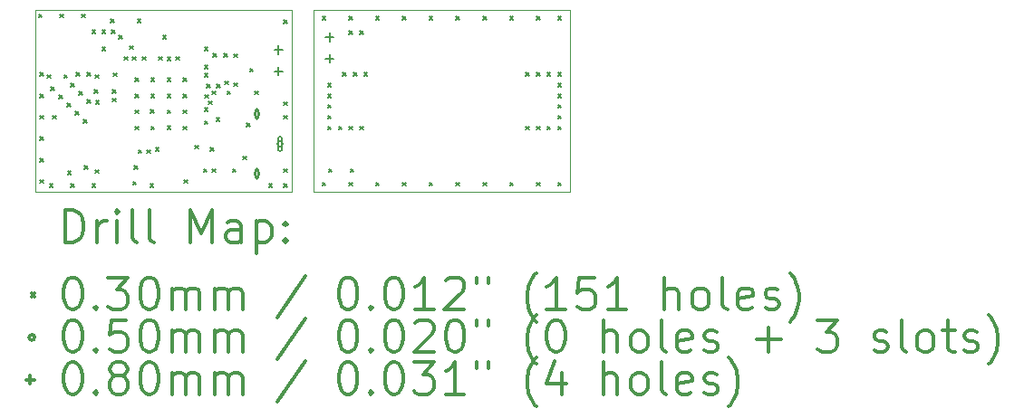
<source format=gbr>
%FSLAX45Y45*%
G04 Gerber Fmt 4.5, Leading zero omitted, Abs format (unit mm)*
G04 Created by KiCad (PCBNEW 5.1.6-c6e7f7d~87~ubuntu18.04.1) date 2020-08-02 18:45:05*
%MOMM*%
%LPD*%
G01*
G04 APERTURE LIST*
%TA.AperFunction,Profile*%
%ADD10C,0.100000*%
%TD*%
%ADD11C,0.200000*%
%ADD12C,0.300000*%
G04 APERTURE END LIST*
D10*
X10300000Y-8900000D02*
X10300000Y-7200000D01*
X12700000Y-8900000D02*
X10300000Y-8900000D01*
X12700000Y-8900000D02*
X12700000Y-7200000D01*
X12900000Y-8900000D02*
X12900000Y-7200000D01*
X12900000Y-7200000D02*
X15300000Y-7200000D01*
X15300000Y-7200000D02*
X15300000Y-8900000D01*
X15300000Y-8900000D02*
X12900000Y-8900000D01*
X10300000Y-7200000D02*
X12700000Y-7200000D01*
D11*
X10335000Y-7235000D02*
X10365000Y-7265000D01*
X10365000Y-7235000D02*
X10335000Y-7265000D01*
X10345000Y-7785000D02*
X10375000Y-7815000D01*
X10375000Y-7785000D02*
X10345000Y-7815000D01*
X10345000Y-7985000D02*
X10375000Y-8015000D01*
X10375000Y-7985000D02*
X10345000Y-8015000D01*
X10345000Y-8185000D02*
X10375000Y-8215000D01*
X10375000Y-8185000D02*
X10345000Y-8215000D01*
X10345000Y-8385000D02*
X10375000Y-8415000D01*
X10375000Y-8385000D02*
X10345000Y-8415000D01*
X10345000Y-8585000D02*
X10375000Y-8615000D01*
X10375000Y-8585000D02*
X10345000Y-8615000D01*
X10345000Y-8785000D02*
X10375000Y-8815000D01*
X10375000Y-8785000D02*
X10345000Y-8815000D01*
X10415000Y-7805000D02*
X10445000Y-7835000D01*
X10445000Y-7805000D02*
X10415000Y-7835000D01*
X10435000Y-8825000D02*
X10465000Y-8855000D01*
X10465000Y-8825000D02*
X10435000Y-8855000D01*
X10450000Y-7920000D02*
X10480000Y-7950000D01*
X10480000Y-7920000D02*
X10450000Y-7950000D01*
X10465000Y-8185000D02*
X10495000Y-8215000D01*
X10495000Y-8185000D02*
X10465000Y-8215000D01*
X10525000Y-7995000D02*
X10555000Y-8025000D01*
X10555000Y-7995000D02*
X10525000Y-8025000D01*
X10535000Y-7235000D02*
X10565000Y-7265000D01*
X10565000Y-7235000D02*
X10535000Y-7265000D01*
X10570000Y-7805000D02*
X10600000Y-7835000D01*
X10600000Y-7805000D02*
X10570000Y-7835000D01*
X10600000Y-8070000D02*
X10630000Y-8100000D01*
X10630000Y-8070000D02*
X10600000Y-8100000D01*
X10605000Y-8705000D02*
X10635000Y-8735000D01*
X10635000Y-8705000D02*
X10605000Y-8735000D01*
X10635000Y-7885000D02*
X10665000Y-7915000D01*
X10665000Y-7885000D02*
X10635000Y-7915000D01*
X10635000Y-8825000D02*
X10665000Y-8855000D01*
X10665000Y-8825000D02*
X10635000Y-8855000D01*
X10675000Y-8145000D02*
X10705000Y-8175000D01*
X10705000Y-8145000D02*
X10675000Y-8175000D01*
X10685000Y-7785000D02*
X10715000Y-7815000D01*
X10715000Y-7785000D02*
X10685000Y-7815000D01*
X10710000Y-7960000D02*
X10740000Y-7990000D01*
X10740000Y-7960000D02*
X10710000Y-7990000D01*
X10735000Y-7235000D02*
X10765000Y-7265000D01*
X10765000Y-7235000D02*
X10735000Y-7265000D01*
X10755000Y-8225000D02*
X10785000Y-8255000D01*
X10785000Y-8225000D02*
X10755000Y-8255000D01*
X10763000Y-8655000D02*
X10793000Y-8685000D01*
X10793000Y-8655000D02*
X10763000Y-8685000D01*
X10785000Y-7785000D02*
X10815000Y-7815000D01*
X10815000Y-7785000D02*
X10785000Y-7815000D01*
X10785000Y-8035000D02*
X10815000Y-8065000D01*
X10815000Y-8035000D02*
X10785000Y-8065000D01*
X10835000Y-7385000D02*
X10865000Y-7415000D01*
X10865000Y-7385000D02*
X10835000Y-7415000D01*
X10835000Y-8825000D02*
X10865000Y-8855000D01*
X10865000Y-8825000D02*
X10835000Y-8855000D01*
X10855000Y-7943000D02*
X10885000Y-7973000D01*
X10885000Y-7943000D02*
X10855000Y-7973000D01*
X10865000Y-7805000D02*
X10895000Y-7835000D01*
X10895000Y-7805000D02*
X10865000Y-7835000D01*
X10865000Y-8695000D02*
X10895000Y-8725000D01*
X10895000Y-8695000D02*
X10865000Y-8725000D01*
X10866501Y-8043500D02*
X10896501Y-8073500D01*
X10896501Y-8043500D02*
X10866501Y-8073500D01*
X10925000Y-7545000D02*
X10955000Y-7575000D01*
X10955000Y-7545000D02*
X10925000Y-7575000D01*
X10925000Y-7385000D02*
X10955000Y-7415000D01*
X10955000Y-7385000D02*
X10925000Y-7415000D01*
X11005000Y-7285000D02*
X11035000Y-7315000D01*
X11035000Y-7285000D02*
X11005000Y-7315000D01*
X11015000Y-7385000D02*
X11045000Y-7415000D01*
X11045000Y-7385000D02*
X11015000Y-7415000D01*
X11025000Y-7945000D02*
X11055000Y-7975000D01*
X11055000Y-7945000D02*
X11025000Y-7975000D01*
X11025000Y-8025000D02*
X11055000Y-8055000D01*
X11055000Y-8025000D02*
X11025000Y-8055000D01*
X11031559Y-7786559D02*
X11061559Y-7816559D01*
X11061559Y-7786559D02*
X11031559Y-7816559D01*
X11084195Y-7434195D02*
X11114195Y-7464195D01*
X11114195Y-7434195D02*
X11084195Y-7464195D01*
X11135000Y-7635000D02*
X11165000Y-7665000D01*
X11165000Y-7635000D02*
X11135000Y-7665000D01*
X11185000Y-7535000D02*
X11215000Y-7565000D01*
X11215000Y-7535000D02*
X11185000Y-7565000D01*
X11210000Y-7635000D02*
X11240000Y-7665000D01*
X11240000Y-7635000D02*
X11210000Y-7665000D01*
X11215000Y-8805000D02*
X11245000Y-8835000D01*
X11245000Y-8805000D02*
X11215000Y-8835000D01*
X11225000Y-8655000D02*
X11255000Y-8685000D01*
X11255000Y-8655000D02*
X11225000Y-8685000D01*
X11235000Y-7835000D02*
X11265000Y-7865000D01*
X11265000Y-7835000D02*
X11235000Y-7865000D01*
X11235000Y-7985000D02*
X11265000Y-8015000D01*
X11265000Y-7985000D02*
X11235000Y-8015000D01*
X11235000Y-8135000D02*
X11265000Y-8165000D01*
X11265000Y-8135000D02*
X11235000Y-8165000D01*
X11235000Y-8285000D02*
X11265000Y-8315000D01*
X11265000Y-8285000D02*
X11235000Y-8315000D01*
X11255001Y-7284999D02*
X11285001Y-7314999D01*
X11285001Y-7284999D02*
X11255001Y-7314999D01*
X11265000Y-8505000D02*
X11295000Y-8535000D01*
X11295000Y-8505000D02*
X11265000Y-8535000D01*
X11305000Y-7635000D02*
X11335000Y-7665000D01*
X11335000Y-7635000D02*
X11305000Y-7665000D01*
X11345000Y-8505000D02*
X11375000Y-8535000D01*
X11375000Y-8505000D02*
X11345000Y-8535000D01*
X11375000Y-8825000D02*
X11405000Y-8855000D01*
X11405000Y-8825000D02*
X11375000Y-8855000D01*
X11381500Y-8131500D02*
X11411500Y-8161500D01*
X11411500Y-8131500D02*
X11381500Y-8161500D01*
X11385000Y-7835000D02*
X11415000Y-7865000D01*
X11415000Y-7835000D02*
X11385000Y-7865000D01*
X11385000Y-7985000D02*
X11415000Y-8015000D01*
X11415000Y-7985000D02*
X11385000Y-8015000D01*
X11385000Y-8285000D02*
X11415000Y-8315000D01*
X11415000Y-8285000D02*
X11385000Y-8315000D01*
X11425000Y-8485000D02*
X11455000Y-8515000D01*
X11455000Y-8485000D02*
X11425000Y-8515000D01*
X11455000Y-7635000D02*
X11485000Y-7665000D01*
X11485000Y-7635000D02*
X11455000Y-7665000D01*
X11494998Y-7435001D02*
X11524998Y-7465001D01*
X11524998Y-7435001D02*
X11494998Y-7465001D01*
X11535000Y-7835000D02*
X11565000Y-7865000D01*
X11565000Y-7835000D02*
X11535000Y-7865000D01*
X11535000Y-7985000D02*
X11565000Y-8015000D01*
X11565000Y-7985000D02*
X11535000Y-8015000D01*
X11537019Y-7637019D02*
X11567019Y-7667019D01*
X11567019Y-7637019D02*
X11537019Y-7667019D01*
X11537019Y-8132981D02*
X11567019Y-8162981D01*
X11567019Y-8132981D02*
X11537019Y-8162981D01*
X11537019Y-8282981D02*
X11567019Y-8312981D01*
X11567019Y-8282981D02*
X11537019Y-8312981D01*
X11615000Y-7635000D02*
X11645000Y-7665000D01*
X11645000Y-7635000D02*
X11615000Y-7665000D01*
X11685000Y-7835000D02*
X11715000Y-7865000D01*
X11715000Y-7835000D02*
X11685000Y-7865000D01*
X11685000Y-7985000D02*
X11715000Y-8015000D01*
X11715000Y-7985000D02*
X11685000Y-8015000D01*
X11685000Y-8135000D02*
X11715000Y-8165000D01*
X11715000Y-8135000D02*
X11685000Y-8165000D01*
X11685000Y-8285000D02*
X11715000Y-8315000D01*
X11715000Y-8285000D02*
X11685000Y-8315000D01*
X11695000Y-8785000D02*
X11725000Y-8815000D01*
X11725000Y-8785000D02*
X11695000Y-8815000D01*
X11795000Y-8465000D02*
X11825000Y-8495000D01*
X11825000Y-8465000D02*
X11795000Y-8495000D01*
X11875000Y-8685000D02*
X11905000Y-8715000D01*
X11905000Y-8685000D02*
X11875000Y-8715000D01*
X11882225Y-8237675D02*
X11912225Y-8267675D01*
X11912225Y-8237675D02*
X11882225Y-8267675D01*
X11883947Y-7790730D02*
X11913947Y-7820730D01*
X11913947Y-7790730D02*
X11883947Y-7820730D01*
X11885000Y-7545000D02*
X11915000Y-7575000D01*
X11915000Y-7545000D02*
X11885000Y-7575000D01*
X11885000Y-7715000D02*
X11915000Y-7745000D01*
X11915000Y-7715000D02*
X11885000Y-7745000D01*
X11885000Y-8115000D02*
X11915000Y-8145000D01*
X11915000Y-8115000D02*
X11885000Y-8145000D01*
X11885899Y-7990001D02*
X11915899Y-8020001D01*
X11915899Y-7990001D02*
X11885899Y-8020001D01*
X11905000Y-7895000D02*
X11935000Y-7925000D01*
X11935000Y-7895000D02*
X11905000Y-7925000D01*
X11919465Y-8051430D02*
X11949465Y-8081430D01*
X11949465Y-8051430D02*
X11919465Y-8081430D01*
X11938945Y-8487909D02*
X11968945Y-8517909D01*
X11968945Y-8487909D02*
X11938945Y-8517909D01*
X11955000Y-7955000D02*
X11985000Y-7985000D01*
X11985000Y-7955000D02*
X11955000Y-7985000D01*
X11955000Y-8685000D02*
X11985000Y-8715000D01*
X11985000Y-8685000D02*
X11955000Y-8715000D01*
X11965000Y-7605000D02*
X11995000Y-7635000D01*
X11995000Y-7605000D02*
X11965000Y-7635000D01*
X11995000Y-8205000D02*
X12025000Y-8235000D01*
X12025000Y-8205000D02*
X11995000Y-8235000D01*
X11997550Y-7895000D02*
X12027550Y-7925000D01*
X12027550Y-7895000D02*
X11997550Y-7925000D01*
X12065000Y-7605000D02*
X12095000Y-7635000D01*
X12095000Y-7605000D02*
X12065000Y-7635000D01*
X12071948Y-7864551D02*
X12101948Y-7894551D01*
X12101948Y-7864551D02*
X12071948Y-7894551D01*
X12095000Y-7955000D02*
X12125000Y-7985000D01*
X12125000Y-7955000D02*
X12095000Y-7985000D01*
X12145000Y-8685000D02*
X12175000Y-8715000D01*
X12175000Y-8685000D02*
X12145000Y-8715000D01*
X12160000Y-7610000D02*
X12190000Y-7640000D01*
X12190000Y-7610000D02*
X12160000Y-7640000D01*
X12160000Y-7880000D02*
X12190000Y-7910000D01*
X12190000Y-7880000D02*
X12160000Y-7910000D01*
X12245000Y-8565000D02*
X12275000Y-8595000D01*
X12275000Y-8565000D02*
X12245000Y-8595000D01*
X12275000Y-8255000D02*
X12305000Y-8285000D01*
X12305000Y-8255000D02*
X12275000Y-8285000D01*
X12305000Y-7745000D02*
X12335000Y-7775000D01*
X12335000Y-7745000D02*
X12305000Y-7775000D01*
X12354999Y-7955000D02*
X12384999Y-7985000D01*
X12384999Y-7955000D02*
X12354999Y-7985000D01*
X12485000Y-8825000D02*
X12515000Y-8855000D01*
X12515000Y-8825000D02*
X12485000Y-8855000D01*
X12622500Y-7290000D02*
X12652500Y-7320000D01*
X12652500Y-7290000D02*
X12622500Y-7320000D01*
X12625000Y-8060000D02*
X12655000Y-8090000D01*
X12655000Y-8060000D02*
X12625000Y-8090000D01*
X12625000Y-8185000D02*
X12655000Y-8215000D01*
X12655000Y-8185000D02*
X12625000Y-8215000D01*
X12625000Y-8685000D02*
X12655000Y-8715000D01*
X12655000Y-8685000D02*
X12625000Y-8715000D01*
X12625000Y-8825000D02*
X12655000Y-8855000D01*
X12655000Y-8825000D02*
X12625000Y-8855000D01*
X12985000Y-7260000D02*
X13015000Y-7290000D01*
X13015000Y-7260000D02*
X12985000Y-7290000D01*
X12985000Y-8810000D02*
X13015000Y-8840000D01*
X13015000Y-8810000D02*
X12985000Y-8840000D01*
X13035000Y-7885000D02*
X13065000Y-7915000D01*
X13065000Y-7885000D02*
X13035000Y-7915000D01*
X13035000Y-7985000D02*
X13065000Y-8015000D01*
X13065000Y-7985000D02*
X13035000Y-8015000D01*
X13035000Y-8085000D02*
X13065000Y-8115000D01*
X13065000Y-8085000D02*
X13035000Y-8115000D01*
X13035000Y-8185000D02*
X13065000Y-8215000D01*
X13065000Y-8185000D02*
X13035000Y-8215000D01*
X13035000Y-8285000D02*
X13065000Y-8315000D01*
X13065000Y-8285000D02*
X13035000Y-8315000D01*
X13045000Y-8685000D02*
X13075000Y-8715000D01*
X13075000Y-8685000D02*
X13045000Y-8715000D01*
X13135000Y-8285000D02*
X13165000Y-8315000D01*
X13165000Y-8285000D02*
X13135000Y-8315000D01*
X13175000Y-7785000D02*
X13205000Y-7815000D01*
X13205000Y-7785000D02*
X13175000Y-7815000D01*
X13235000Y-7260000D02*
X13265000Y-7290000D01*
X13265000Y-7260000D02*
X13235000Y-7290000D01*
X13235000Y-7395000D02*
X13265000Y-7425000D01*
X13265000Y-7395000D02*
X13235000Y-7425000D01*
X13235000Y-8285000D02*
X13265000Y-8315000D01*
X13265000Y-8285000D02*
X13235000Y-8315000D01*
X13235000Y-8810000D02*
X13265000Y-8840000D01*
X13265000Y-8810000D02*
X13235000Y-8840000D01*
X13245000Y-8685000D02*
X13275000Y-8715000D01*
X13275000Y-8685000D02*
X13245000Y-8715000D01*
X13275000Y-7785000D02*
X13305000Y-7815000D01*
X13305000Y-7785000D02*
X13275000Y-7815000D01*
X13335000Y-7395000D02*
X13365000Y-7425000D01*
X13365000Y-7395000D02*
X13335000Y-7425000D01*
X13335000Y-8285000D02*
X13365000Y-8315000D01*
X13365000Y-8285000D02*
X13335000Y-8315000D01*
X13375000Y-7785000D02*
X13405000Y-7815000D01*
X13405000Y-7785000D02*
X13375000Y-7815000D01*
X13485000Y-7260000D02*
X13515000Y-7290000D01*
X13515000Y-7260000D02*
X13485000Y-7290000D01*
X13485000Y-8810000D02*
X13515000Y-8840000D01*
X13515000Y-8810000D02*
X13485000Y-8840000D01*
X13735000Y-7260000D02*
X13765000Y-7290000D01*
X13765000Y-7260000D02*
X13735000Y-7290000D01*
X13735000Y-8810000D02*
X13765000Y-8840000D01*
X13765000Y-8810000D02*
X13735000Y-8840000D01*
X13985000Y-7260000D02*
X14015000Y-7290000D01*
X14015000Y-7260000D02*
X13985000Y-7290000D01*
X13985000Y-8810000D02*
X14015000Y-8840000D01*
X14015000Y-8810000D02*
X13985000Y-8840000D01*
X14235000Y-7260000D02*
X14265000Y-7290000D01*
X14265000Y-7260000D02*
X14235000Y-7290000D01*
X14235000Y-8810000D02*
X14265000Y-8840000D01*
X14265000Y-8810000D02*
X14235000Y-8840000D01*
X14485000Y-7260000D02*
X14515000Y-7290000D01*
X14515000Y-7260000D02*
X14485000Y-7290000D01*
X14485000Y-8810000D02*
X14515000Y-8840000D01*
X14515000Y-8810000D02*
X14485000Y-8840000D01*
X14735000Y-7260000D02*
X14765000Y-7290000D01*
X14765000Y-7260000D02*
X14735000Y-7290000D01*
X14735000Y-8810000D02*
X14765000Y-8840000D01*
X14765000Y-8810000D02*
X14735000Y-8840000D01*
X14885000Y-7785000D02*
X14915000Y-7815000D01*
X14915000Y-7785000D02*
X14885000Y-7815000D01*
X14885000Y-8285000D02*
X14915000Y-8315000D01*
X14915000Y-8285000D02*
X14885000Y-8315000D01*
X14985000Y-7260000D02*
X15015000Y-7290000D01*
X15015000Y-7260000D02*
X14985000Y-7290000D01*
X14985000Y-7785000D02*
X15015000Y-7815000D01*
X15015000Y-7785000D02*
X14985000Y-7815000D01*
X14985000Y-8285000D02*
X15015000Y-8315000D01*
X15015000Y-8285000D02*
X14985000Y-8315000D01*
X14985000Y-8810000D02*
X15015000Y-8840000D01*
X15015000Y-8810000D02*
X14985000Y-8840000D01*
X15085000Y-7785000D02*
X15115000Y-7815000D01*
X15115000Y-7785000D02*
X15085000Y-7815000D01*
X15085000Y-8285000D02*
X15115000Y-8315000D01*
X15115000Y-8285000D02*
X15085000Y-8315000D01*
X15185000Y-7260000D02*
X15215000Y-7290000D01*
X15215000Y-7260000D02*
X15185000Y-7290000D01*
X15185000Y-7785000D02*
X15215000Y-7815000D01*
X15215000Y-7785000D02*
X15185000Y-7815000D01*
X15185000Y-7885000D02*
X15215000Y-7915000D01*
X15215000Y-7885000D02*
X15185000Y-7915000D01*
X15185000Y-7985000D02*
X15215000Y-8015000D01*
X15215000Y-7985000D02*
X15185000Y-8015000D01*
X15185000Y-8085000D02*
X15215000Y-8115000D01*
X15215000Y-8085000D02*
X15185000Y-8115000D01*
X15185000Y-8185000D02*
X15215000Y-8215000D01*
X15215000Y-8185000D02*
X15185000Y-8215000D01*
X15185000Y-8285000D02*
X15215000Y-8315000D01*
X15215000Y-8285000D02*
X15185000Y-8315000D01*
X15185000Y-8810000D02*
X15215000Y-8840000D01*
X15215000Y-8810000D02*
X15185000Y-8840000D01*
X12397500Y-8170000D02*
G75*
G03*
X12397500Y-8170000I-25000J0D01*
G01*
X12387500Y-8205000D02*
X12387500Y-8135000D01*
X12357500Y-8205000D02*
X12357500Y-8135000D01*
X12387500Y-8135000D02*
G75*
G03*
X12357500Y-8135000I-15000J0D01*
G01*
X12357500Y-8205000D02*
G75*
G03*
X12387500Y-8205000I15000J0D01*
G01*
X12397500Y-8730000D02*
G75*
G03*
X12397500Y-8730000I-25000J0D01*
G01*
X12387500Y-8765000D02*
X12387500Y-8695000D01*
X12357500Y-8765000D02*
X12357500Y-8695000D01*
X12387500Y-8695000D02*
G75*
G03*
X12357500Y-8695000I-15000J0D01*
G01*
X12357500Y-8765000D02*
G75*
G03*
X12387500Y-8765000I15000J0D01*
G01*
X12612500Y-8450000D02*
G75*
G03*
X12612500Y-8450000I-25000J0D01*
G01*
X12602500Y-8505000D02*
X12602500Y-8395000D01*
X12572500Y-8505000D02*
X12572500Y-8395000D01*
X12602500Y-8395000D02*
G75*
G03*
X12572500Y-8395000I-15000J0D01*
G01*
X12572500Y-8505000D02*
G75*
G03*
X12602500Y-8505000I15000J0D01*
G01*
X12575000Y-7530000D02*
X12575000Y-7610000D01*
X12535000Y-7570000D02*
X12615000Y-7570000D01*
X12575000Y-7730000D02*
X12575000Y-7810000D01*
X12535000Y-7770000D02*
X12615000Y-7770000D01*
X13050000Y-7410000D02*
X13050000Y-7490000D01*
X13010000Y-7450000D02*
X13090000Y-7450000D01*
X13050000Y-7610000D02*
X13050000Y-7690000D01*
X13010000Y-7650000D02*
X13090000Y-7650000D01*
D12*
X10581428Y-9370714D02*
X10581428Y-9070714D01*
X10652857Y-9070714D01*
X10695714Y-9085000D01*
X10724286Y-9113572D01*
X10738571Y-9142143D01*
X10752857Y-9199286D01*
X10752857Y-9242143D01*
X10738571Y-9299286D01*
X10724286Y-9327857D01*
X10695714Y-9356429D01*
X10652857Y-9370714D01*
X10581428Y-9370714D01*
X10881428Y-9370714D02*
X10881428Y-9170714D01*
X10881428Y-9227857D02*
X10895714Y-9199286D01*
X10910000Y-9185000D01*
X10938571Y-9170714D01*
X10967143Y-9170714D01*
X11067143Y-9370714D02*
X11067143Y-9170714D01*
X11067143Y-9070714D02*
X11052857Y-9085000D01*
X11067143Y-9099286D01*
X11081428Y-9085000D01*
X11067143Y-9070714D01*
X11067143Y-9099286D01*
X11252857Y-9370714D02*
X11224286Y-9356429D01*
X11210000Y-9327857D01*
X11210000Y-9070714D01*
X11410000Y-9370714D02*
X11381428Y-9356429D01*
X11367143Y-9327857D01*
X11367143Y-9070714D01*
X11752857Y-9370714D02*
X11752857Y-9070714D01*
X11852857Y-9285000D01*
X11952857Y-9070714D01*
X11952857Y-9370714D01*
X12224286Y-9370714D02*
X12224286Y-9213572D01*
X12210000Y-9185000D01*
X12181428Y-9170714D01*
X12124286Y-9170714D01*
X12095714Y-9185000D01*
X12224286Y-9356429D02*
X12195714Y-9370714D01*
X12124286Y-9370714D01*
X12095714Y-9356429D01*
X12081428Y-9327857D01*
X12081428Y-9299286D01*
X12095714Y-9270714D01*
X12124286Y-9256429D01*
X12195714Y-9256429D01*
X12224286Y-9242143D01*
X12367143Y-9170714D02*
X12367143Y-9470714D01*
X12367143Y-9185000D02*
X12395714Y-9170714D01*
X12452857Y-9170714D01*
X12481428Y-9185000D01*
X12495714Y-9199286D01*
X12510000Y-9227857D01*
X12510000Y-9313572D01*
X12495714Y-9342143D01*
X12481428Y-9356429D01*
X12452857Y-9370714D01*
X12395714Y-9370714D01*
X12367143Y-9356429D01*
X12638571Y-9342143D02*
X12652857Y-9356429D01*
X12638571Y-9370714D01*
X12624286Y-9356429D01*
X12638571Y-9342143D01*
X12638571Y-9370714D01*
X12638571Y-9185000D02*
X12652857Y-9199286D01*
X12638571Y-9213572D01*
X12624286Y-9199286D01*
X12638571Y-9185000D01*
X12638571Y-9213572D01*
X10265000Y-9850000D02*
X10295000Y-9880000D01*
X10295000Y-9850000D02*
X10265000Y-9880000D01*
X10638571Y-9700714D02*
X10667143Y-9700714D01*
X10695714Y-9715000D01*
X10710000Y-9729286D01*
X10724286Y-9757857D01*
X10738571Y-9815000D01*
X10738571Y-9886429D01*
X10724286Y-9943572D01*
X10710000Y-9972143D01*
X10695714Y-9986429D01*
X10667143Y-10000714D01*
X10638571Y-10000714D01*
X10610000Y-9986429D01*
X10595714Y-9972143D01*
X10581428Y-9943572D01*
X10567143Y-9886429D01*
X10567143Y-9815000D01*
X10581428Y-9757857D01*
X10595714Y-9729286D01*
X10610000Y-9715000D01*
X10638571Y-9700714D01*
X10867143Y-9972143D02*
X10881428Y-9986429D01*
X10867143Y-10000714D01*
X10852857Y-9986429D01*
X10867143Y-9972143D01*
X10867143Y-10000714D01*
X10981428Y-9700714D02*
X11167143Y-9700714D01*
X11067143Y-9815000D01*
X11110000Y-9815000D01*
X11138571Y-9829286D01*
X11152857Y-9843572D01*
X11167143Y-9872143D01*
X11167143Y-9943572D01*
X11152857Y-9972143D01*
X11138571Y-9986429D01*
X11110000Y-10000714D01*
X11024286Y-10000714D01*
X10995714Y-9986429D01*
X10981428Y-9972143D01*
X11352857Y-9700714D02*
X11381428Y-9700714D01*
X11410000Y-9715000D01*
X11424286Y-9729286D01*
X11438571Y-9757857D01*
X11452857Y-9815000D01*
X11452857Y-9886429D01*
X11438571Y-9943572D01*
X11424286Y-9972143D01*
X11410000Y-9986429D01*
X11381428Y-10000714D01*
X11352857Y-10000714D01*
X11324286Y-9986429D01*
X11310000Y-9972143D01*
X11295714Y-9943572D01*
X11281428Y-9886429D01*
X11281428Y-9815000D01*
X11295714Y-9757857D01*
X11310000Y-9729286D01*
X11324286Y-9715000D01*
X11352857Y-9700714D01*
X11581428Y-10000714D02*
X11581428Y-9800714D01*
X11581428Y-9829286D02*
X11595714Y-9815000D01*
X11624286Y-9800714D01*
X11667143Y-9800714D01*
X11695714Y-9815000D01*
X11710000Y-9843572D01*
X11710000Y-10000714D01*
X11710000Y-9843572D02*
X11724286Y-9815000D01*
X11752857Y-9800714D01*
X11795714Y-9800714D01*
X11824286Y-9815000D01*
X11838571Y-9843572D01*
X11838571Y-10000714D01*
X11981428Y-10000714D02*
X11981428Y-9800714D01*
X11981428Y-9829286D02*
X11995714Y-9815000D01*
X12024286Y-9800714D01*
X12067143Y-9800714D01*
X12095714Y-9815000D01*
X12110000Y-9843572D01*
X12110000Y-10000714D01*
X12110000Y-9843572D02*
X12124286Y-9815000D01*
X12152857Y-9800714D01*
X12195714Y-9800714D01*
X12224286Y-9815000D01*
X12238571Y-9843572D01*
X12238571Y-10000714D01*
X12824286Y-9686429D02*
X12567143Y-10072143D01*
X13210000Y-9700714D02*
X13238571Y-9700714D01*
X13267143Y-9715000D01*
X13281428Y-9729286D01*
X13295714Y-9757857D01*
X13310000Y-9815000D01*
X13310000Y-9886429D01*
X13295714Y-9943572D01*
X13281428Y-9972143D01*
X13267143Y-9986429D01*
X13238571Y-10000714D01*
X13210000Y-10000714D01*
X13181428Y-9986429D01*
X13167143Y-9972143D01*
X13152857Y-9943572D01*
X13138571Y-9886429D01*
X13138571Y-9815000D01*
X13152857Y-9757857D01*
X13167143Y-9729286D01*
X13181428Y-9715000D01*
X13210000Y-9700714D01*
X13438571Y-9972143D02*
X13452857Y-9986429D01*
X13438571Y-10000714D01*
X13424286Y-9986429D01*
X13438571Y-9972143D01*
X13438571Y-10000714D01*
X13638571Y-9700714D02*
X13667143Y-9700714D01*
X13695714Y-9715000D01*
X13710000Y-9729286D01*
X13724286Y-9757857D01*
X13738571Y-9815000D01*
X13738571Y-9886429D01*
X13724286Y-9943572D01*
X13710000Y-9972143D01*
X13695714Y-9986429D01*
X13667143Y-10000714D01*
X13638571Y-10000714D01*
X13610000Y-9986429D01*
X13595714Y-9972143D01*
X13581428Y-9943572D01*
X13567143Y-9886429D01*
X13567143Y-9815000D01*
X13581428Y-9757857D01*
X13595714Y-9729286D01*
X13610000Y-9715000D01*
X13638571Y-9700714D01*
X14024286Y-10000714D02*
X13852857Y-10000714D01*
X13938571Y-10000714D02*
X13938571Y-9700714D01*
X13910000Y-9743572D01*
X13881428Y-9772143D01*
X13852857Y-9786429D01*
X14138571Y-9729286D02*
X14152857Y-9715000D01*
X14181428Y-9700714D01*
X14252857Y-9700714D01*
X14281428Y-9715000D01*
X14295714Y-9729286D01*
X14310000Y-9757857D01*
X14310000Y-9786429D01*
X14295714Y-9829286D01*
X14124286Y-10000714D01*
X14310000Y-10000714D01*
X14424286Y-9700714D02*
X14424286Y-9757857D01*
X14538571Y-9700714D02*
X14538571Y-9757857D01*
X14981428Y-10115000D02*
X14967143Y-10100714D01*
X14938571Y-10057857D01*
X14924286Y-10029286D01*
X14910000Y-9986429D01*
X14895714Y-9915000D01*
X14895714Y-9857857D01*
X14910000Y-9786429D01*
X14924286Y-9743572D01*
X14938571Y-9715000D01*
X14967143Y-9672143D01*
X14981428Y-9657857D01*
X15252857Y-10000714D02*
X15081428Y-10000714D01*
X15167143Y-10000714D02*
X15167143Y-9700714D01*
X15138571Y-9743572D01*
X15110000Y-9772143D01*
X15081428Y-9786429D01*
X15524286Y-9700714D02*
X15381428Y-9700714D01*
X15367143Y-9843572D01*
X15381428Y-9829286D01*
X15410000Y-9815000D01*
X15481428Y-9815000D01*
X15510000Y-9829286D01*
X15524286Y-9843572D01*
X15538571Y-9872143D01*
X15538571Y-9943572D01*
X15524286Y-9972143D01*
X15510000Y-9986429D01*
X15481428Y-10000714D01*
X15410000Y-10000714D01*
X15381428Y-9986429D01*
X15367143Y-9972143D01*
X15824286Y-10000714D02*
X15652857Y-10000714D01*
X15738571Y-10000714D02*
X15738571Y-9700714D01*
X15710000Y-9743572D01*
X15681428Y-9772143D01*
X15652857Y-9786429D01*
X16181428Y-10000714D02*
X16181428Y-9700714D01*
X16310000Y-10000714D02*
X16310000Y-9843572D01*
X16295714Y-9815000D01*
X16267143Y-9800714D01*
X16224286Y-9800714D01*
X16195714Y-9815000D01*
X16181428Y-9829286D01*
X16495714Y-10000714D02*
X16467143Y-9986429D01*
X16452857Y-9972143D01*
X16438571Y-9943572D01*
X16438571Y-9857857D01*
X16452857Y-9829286D01*
X16467143Y-9815000D01*
X16495714Y-9800714D01*
X16538571Y-9800714D01*
X16567143Y-9815000D01*
X16581428Y-9829286D01*
X16595714Y-9857857D01*
X16595714Y-9943572D01*
X16581428Y-9972143D01*
X16567143Y-9986429D01*
X16538571Y-10000714D01*
X16495714Y-10000714D01*
X16767143Y-10000714D02*
X16738571Y-9986429D01*
X16724286Y-9957857D01*
X16724286Y-9700714D01*
X16995714Y-9986429D02*
X16967143Y-10000714D01*
X16910000Y-10000714D01*
X16881428Y-9986429D01*
X16867143Y-9957857D01*
X16867143Y-9843572D01*
X16881428Y-9815000D01*
X16910000Y-9800714D01*
X16967143Y-9800714D01*
X16995714Y-9815000D01*
X17010000Y-9843572D01*
X17010000Y-9872143D01*
X16867143Y-9900714D01*
X17124286Y-9986429D02*
X17152857Y-10000714D01*
X17210000Y-10000714D01*
X17238571Y-9986429D01*
X17252857Y-9957857D01*
X17252857Y-9943572D01*
X17238571Y-9915000D01*
X17210000Y-9900714D01*
X17167143Y-9900714D01*
X17138571Y-9886429D01*
X17124286Y-9857857D01*
X17124286Y-9843572D01*
X17138571Y-9815000D01*
X17167143Y-9800714D01*
X17210000Y-9800714D01*
X17238571Y-9815000D01*
X17352857Y-10115000D02*
X17367143Y-10100714D01*
X17395714Y-10057857D01*
X17410000Y-10029286D01*
X17424286Y-9986429D01*
X17438571Y-9915000D01*
X17438571Y-9857857D01*
X17424286Y-9786429D01*
X17410000Y-9743572D01*
X17395714Y-9715000D01*
X17367143Y-9672143D01*
X17352857Y-9657857D01*
X10295000Y-10261000D02*
G75*
G03*
X10295000Y-10261000I-25000J0D01*
G01*
X10638571Y-10096714D02*
X10667143Y-10096714D01*
X10695714Y-10111000D01*
X10710000Y-10125286D01*
X10724286Y-10153857D01*
X10738571Y-10211000D01*
X10738571Y-10282429D01*
X10724286Y-10339572D01*
X10710000Y-10368143D01*
X10695714Y-10382429D01*
X10667143Y-10396714D01*
X10638571Y-10396714D01*
X10610000Y-10382429D01*
X10595714Y-10368143D01*
X10581428Y-10339572D01*
X10567143Y-10282429D01*
X10567143Y-10211000D01*
X10581428Y-10153857D01*
X10595714Y-10125286D01*
X10610000Y-10111000D01*
X10638571Y-10096714D01*
X10867143Y-10368143D02*
X10881428Y-10382429D01*
X10867143Y-10396714D01*
X10852857Y-10382429D01*
X10867143Y-10368143D01*
X10867143Y-10396714D01*
X11152857Y-10096714D02*
X11010000Y-10096714D01*
X10995714Y-10239572D01*
X11010000Y-10225286D01*
X11038571Y-10211000D01*
X11110000Y-10211000D01*
X11138571Y-10225286D01*
X11152857Y-10239572D01*
X11167143Y-10268143D01*
X11167143Y-10339572D01*
X11152857Y-10368143D01*
X11138571Y-10382429D01*
X11110000Y-10396714D01*
X11038571Y-10396714D01*
X11010000Y-10382429D01*
X10995714Y-10368143D01*
X11352857Y-10096714D02*
X11381428Y-10096714D01*
X11410000Y-10111000D01*
X11424286Y-10125286D01*
X11438571Y-10153857D01*
X11452857Y-10211000D01*
X11452857Y-10282429D01*
X11438571Y-10339572D01*
X11424286Y-10368143D01*
X11410000Y-10382429D01*
X11381428Y-10396714D01*
X11352857Y-10396714D01*
X11324286Y-10382429D01*
X11310000Y-10368143D01*
X11295714Y-10339572D01*
X11281428Y-10282429D01*
X11281428Y-10211000D01*
X11295714Y-10153857D01*
X11310000Y-10125286D01*
X11324286Y-10111000D01*
X11352857Y-10096714D01*
X11581428Y-10396714D02*
X11581428Y-10196714D01*
X11581428Y-10225286D02*
X11595714Y-10211000D01*
X11624286Y-10196714D01*
X11667143Y-10196714D01*
X11695714Y-10211000D01*
X11710000Y-10239572D01*
X11710000Y-10396714D01*
X11710000Y-10239572D02*
X11724286Y-10211000D01*
X11752857Y-10196714D01*
X11795714Y-10196714D01*
X11824286Y-10211000D01*
X11838571Y-10239572D01*
X11838571Y-10396714D01*
X11981428Y-10396714D02*
X11981428Y-10196714D01*
X11981428Y-10225286D02*
X11995714Y-10211000D01*
X12024286Y-10196714D01*
X12067143Y-10196714D01*
X12095714Y-10211000D01*
X12110000Y-10239572D01*
X12110000Y-10396714D01*
X12110000Y-10239572D02*
X12124286Y-10211000D01*
X12152857Y-10196714D01*
X12195714Y-10196714D01*
X12224286Y-10211000D01*
X12238571Y-10239572D01*
X12238571Y-10396714D01*
X12824286Y-10082429D02*
X12567143Y-10468143D01*
X13210000Y-10096714D02*
X13238571Y-10096714D01*
X13267143Y-10111000D01*
X13281428Y-10125286D01*
X13295714Y-10153857D01*
X13310000Y-10211000D01*
X13310000Y-10282429D01*
X13295714Y-10339572D01*
X13281428Y-10368143D01*
X13267143Y-10382429D01*
X13238571Y-10396714D01*
X13210000Y-10396714D01*
X13181428Y-10382429D01*
X13167143Y-10368143D01*
X13152857Y-10339572D01*
X13138571Y-10282429D01*
X13138571Y-10211000D01*
X13152857Y-10153857D01*
X13167143Y-10125286D01*
X13181428Y-10111000D01*
X13210000Y-10096714D01*
X13438571Y-10368143D02*
X13452857Y-10382429D01*
X13438571Y-10396714D01*
X13424286Y-10382429D01*
X13438571Y-10368143D01*
X13438571Y-10396714D01*
X13638571Y-10096714D02*
X13667143Y-10096714D01*
X13695714Y-10111000D01*
X13710000Y-10125286D01*
X13724286Y-10153857D01*
X13738571Y-10211000D01*
X13738571Y-10282429D01*
X13724286Y-10339572D01*
X13710000Y-10368143D01*
X13695714Y-10382429D01*
X13667143Y-10396714D01*
X13638571Y-10396714D01*
X13610000Y-10382429D01*
X13595714Y-10368143D01*
X13581428Y-10339572D01*
X13567143Y-10282429D01*
X13567143Y-10211000D01*
X13581428Y-10153857D01*
X13595714Y-10125286D01*
X13610000Y-10111000D01*
X13638571Y-10096714D01*
X13852857Y-10125286D02*
X13867143Y-10111000D01*
X13895714Y-10096714D01*
X13967143Y-10096714D01*
X13995714Y-10111000D01*
X14010000Y-10125286D01*
X14024286Y-10153857D01*
X14024286Y-10182429D01*
X14010000Y-10225286D01*
X13838571Y-10396714D01*
X14024286Y-10396714D01*
X14210000Y-10096714D02*
X14238571Y-10096714D01*
X14267143Y-10111000D01*
X14281428Y-10125286D01*
X14295714Y-10153857D01*
X14310000Y-10211000D01*
X14310000Y-10282429D01*
X14295714Y-10339572D01*
X14281428Y-10368143D01*
X14267143Y-10382429D01*
X14238571Y-10396714D01*
X14210000Y-10396714D01*
X14181428Y-10382429D01*
X14167143Y-10368143D01*
X14152857Y-10339572D01*
X14138571Y-10282429D01*
X14138571Y-10211000D01*
X14152857Y-10153857D01*
X14167143Y-10125286D01*
X14181428Y-10111000D01*
X14210000Y-10096714D01*
X14424286Y-10096714D02*
X14424286Y-10153857D01*
X14538571Y-10096714D02*
X14538571Y-10153857D01*
X14981428Y-10511000D02*
X14967143Y-10496714D01*
X14938571Y-10453857D01*
X14924286Y-10425286D01*
X14910000Y-10382429D01*
X14895714Y-10311000D01*
X14895714Y-10253857D01*
X14910000Y-10182429D01*
X14924286Y-10139572D01*
X14938571Y-10111000D01*
X14967143Y-10068143D01*
X14981428Y-10053857D01*
X15152857Y-10096714D02*
X15181428Y-10096714D01*
X15210000Y-10111000D01*
X15224286Y-10125286D01*
X15238571Y-10153857D01*
X15252857Y-10211000D01*
X15252857Y-10282429D01*
X15238571Y-10339572D01*
X15224286Y-10368143D01*
X15210000Y-10382429D01*
X15181428Y-10396714D01*
X15152857Y-10396714D01*
X15124286Y-10382429D01*
X15110000Y-10368143D01*
X15095714Y-10339572D01*
X15081428Y-10282429D01*
X15081428Y-10211000D01*
X15095714Y-10153857D01*
X15110000Y-10125286D01*
X15124286Y-10111000D01*
X15152857Y-10096714D01*
X15610000Y-10396714D02*
X15610000Y-10096714D01*
X15738571Y-10396714D02*
X15738571Y-10239572D01*
X15724286Y-10211000D01*
X15695714Y-10196714D01*
X15652857Y-10196714D01*
X15624286Y-10211000D01*
X15610000Y-10225286D01*
X15924286Y-10396714D02*
X15895714Y-10382429D01*
X15881428Y-10368143D01*
X15867143Y-10339572D01*
X15867143Y-10253857D01*
X15881428Y-10225286D01*
X15895714Y-10211000D01*
X15924286Y-10196714D01*
X15967143Y-10196714D01*
X15995714Y-10211000D01*
X16010000Y-10225286D01*
X16024286Y-10253857D01*
X16024286Y-10339572D01*
X16010000Y-10368143D01*
X15995714Y-10382429D01*
X15967143Y-10396714D01*
X15924286Y-10396714D01*
X16195714Y-10396714D02*
X16167143Y-10382429D01*
X16152857Y-10353857D01*
X16152857Y-10096714D01*
X16424286Y-10382429D02*
X16395714Y-10396714D01*
X16338571Y-10396714D01*
X16310000Y-10382429D01*
X16295714Y-10353857D01*
X16295714Y-10239572D01*
X16310000Y-10211000D01*
X16338571Y-10196714D01*
X16395714Y-10196714D01*
X16424286Y-10211000D01*
X16438571Y-10239572D01*
X16438571Y-10268143D01*
X16295714Y-10296714D01*
X16552857Y-10382429D02*
X16581428Y-10396714D01*
X16638571Y-10396714D01*
X16667143Y-10382429D01*
X16681428Y-10353857D01*
X16681428Y-10339572D01*
X16667143Y-10311000D01*
X16638571Y-10296714D01*
X16595714Y-10296714D01*
X16567143Y-10282429D01*
X16552857Y-10253857D01*
X16552857Y-10239572D01*
X16567143Y-10211000D01*
X16595714Y-10196714D01*
X16638571Y-10196714D01*
X16667143Y-10211000D01*
X17038571Y-10282429D02*
X17267143Y-10282429D01*
X17152857Y-10396714D02*
X17152857Y-10168143D01*
X17610000Y-10096714D02*
X17795714Y-10096714D01*
X17695714Y-10211000D01*
X17738571Y-10211000D01*
X17767143Y-10225286D01*
X17781428Y-10239572D01*
X17795714Y-10268143D01*
X17795714Y-10339572D01*
X17781428Y-10368143D01*
X17767143Y-10382429D01*
X17738571Y-10396714D01*
X17652857Y-10396714D01*
X17624286Y-10382429D01*
X17610000Y-10368143D01*
X18138571Y-10382429D02*
X18167143Y-10396714D01*
X18224286Y-10396714D01*
X18252857Y-10382429D01*
X18267143Y-10353857D01*
X18267143Y-10339572D01*
X18252857Y-10311000D01*
X18224286Y-10296714D01*
X18181428Y-10296714D01*
X18152857Y-10282429D01*
X18138571Y-10253857D01*
X18138571Y-10239572D01*
X18152857Y-10211000D01*
X18181428Y-10196714D01*
X18224286Y-10196714D01*
X18252857Y-10211000D01*
X18438571Y-10396714D02*
X18410000Y-10382429D01*
X18395714Y-10353857D01*
X18395714Y-10096714D01*
X18595714Y-10396714D02*
X18567143Y-10382429D01*
X18552857Y-10368143D01*
X18538571Y-10339572D01*
X18538571Y-10253857D01*
X18552857Y-10225286D01*
X18567143Y-10211000D01*
X18595714Y-10196714D01*
X18638571Y-10196714D01*
X18667143Y-10211000D01*
X18681428Y-10225286D01*
X18695714Y-10253857D01*
X18695714Y-10339572D01*
X18681428Y-10368143D01*
X18667143Y-10382429D01*
X18638571Y-10396714D01*
X18595714Y-10396714D01*
X18781428Y-10196714D02*
X18895714Y-10196714D01*
X18824286Y-10096714D02*
X18824286Y-10353857D01*
X18838571Y-10382429D01*
X18867143Y-10396714D01*
X18895714Y-10396714D01*
X18981428Y-10382429D02*
X19010000Y-10396714D01*
X19067143Y-10396714D01*
X19095714Y-10382429D01*
X19110000Y-10353857D01*
X19110000Y-10339572D01*
X19095714Y-10311000D01*
X19067143Y-10296714D01*
X19024286Y-10296714D01*
X18995714Y-10282429D01*
X18981428Y-10253857D01*
X18981428Y-10239572D01*
X18995714Y-10211000D01*
X19024286Y-10196714D01*
X19067143Y-10196714D01*
X19095714Y-10211000D01*
X19210000Y-10511000D02*
X19224286Y-10496714D01*
X19252857Y-10453857D01*
X19267143Y-10425286D01*
X19281428Y-10382429D01*
X19295714Y-10311000D01*
X19295714Y-10253857D01*
X19281428Y-10182429D01*
X19267143Y-10139572D01*
X19252857Y-10111000D01*
X19224286Y-10068143D01*
X19210000Y-10053857D01*
X10255000Y-10617000D02*
X10255000Y-10697000D01*
X10215000Y-10657000D02*
X10295000Y-10657000D01*
X10638571Y-10492714D02*
X10667143Y-10492714D01*
X10695714Y-10507000D01*
X10710000Y-10521286D01*
X10724286Y-10549857D01*
X10738571Y-10607000D01*
X10738571Y-10678429D01*
X10724286Y-10735572D01*
X10710000Y-10764143D01*
X10695714Y-10778429D01*
X10667143Y-10792714D01*
X10638571Y-10792714D01*
X10610000Y-10778429D01*
X10595714Y-10764143D01*
X10581428Y-10735572D01*
X10567143Y-10678429D01*
X10567143Y-10607000D01*
X10581428Y-10549857D01*
X10595714Y-10521286D01*
X10610000Y-10507000D01*
X10638571Y-10492714D01*
X10867143Y-10764143D02*
X10881428Y-10778429D01*
X10867143Y-10792714D01*
X10852857Y-10778429D01*
X10867143Y-10764143D01*
X10867143Y-10792714D01*
X11052857Y-10621286D02*
X11024286Y-10607000D01*
X11010000Y-10592714D01*
X10995714Y-10564143D01*
X10995714Y-10549857D01*
X11010000Y-10521286D01*
X11024286Y-10507000D01*
X11052857Y-10492714D01*
X11110000Y-10492714D01*
X11138571Y-10507000D01*
X11152857Y-10521286D01*
X11167143Y-10549857D01*
X11167143Y-10564143D01*
X11152857Y-10592714D01*
X11138571Y-10607000D01*
X11110000Y-10621286D01*
X11052857Y-10621286D01*
X11024286Y-10635572D01*
X11010000Y-10649857D01*
X10995714Y-10678429D01*
X10995714Y-10735572D01*
X11010000Y-10764143D01*
X11024286Y-10778429D01*
X11052857Y-10792714D01*
X11110000Y-10792714D01*
X11138571Y-10778429D01*
X11152857Y-10764143D01*
X11167143Y-10735572D01*
X11167143Y-10678429D01*
X11152857Y-10649857D01*
X11138571Y-10635572D01*
X11110000Y-10621286D01*
X11352857Y-10492714D02*
X11381428Y-10492714D01*
X11410000Y-10507000D01*
X11424286Y-10521286D01*
X11438571Y-10549857D01*
X11452857Y-10607000D01*
X11452857Y-10678429D01*
X11438571Y-10735572D01*
X11424286Y-10764143D01*
X11410000Y-10778429D01*
X11381428Y-10792714D01*
X11352857Y-10792714D01*
X11324286Y-10778429D01*
X11310000Y-10764143D01*
X11295714Y-10735572D01*
X11281428Y-10678429D01*
X11281428Y-10607000D01*
X11295714Y-10549857D01*
X11310000Y-10521286D01*
X11324286Y-10507000D01*
X11352857Y-10492714D01*
X11581428Y-10792714D02*
X11581428Y-10592714D01*
X11581428Y-10621286D02*
X11595714Y-10607000D01*
X11624286Y-10592714D01*
X11667143Y-10592714D01*
X11695714Y-10607000D01*
X11710000Y-10635572D01*
X11710000Y-10792714D01*
X11710000Y-10635572D02*
X11724286Y-10607000D01*
X11752857Y-10592714D01*
X11795714Y-10592714D01*
X11824286Y-10607000D01*
X11838571Y-10635572D01*
X11838571Y-10792714D01*
X11981428Y-10792714D02*
X11981428Y-10592714D01*
X11981428Y-10621286D02*
X11995714Y-10607000D01*
X12024286Y-10592714D01*
X12067143Y-10592714D01*
X12095714Y-10607000D01*
X12110000Y-10635572D01*
X12110000Y-10792714D01*
X12110000Y-10635572D02*
X12124286Y-10607000D01*
X12152857Y-10592714D01*
X12195714Y-10592714D01*
X12224286Y-10607000D01*
X12238571Y-10635572D01*
X12238571Y-10792714D01*
X12824286Y-10478429D02*
X12567143Y-10864143D01*
X13210000Y-10492714D02*
X13238571Y-10492714D01*
X13267143Y-10507000D01*
X13281428Y-10521286D01*
X13295714Y-10549857D01*
X13310000Y-10607000D01*
X13310000Y-10678429D01*
X13295714Y-10735572D01*
X13281428Y-10764143D01*
X13267143Y-10778429D01*
X13238571Y-10792714D01*
X13210000Y-10792714D01*
X13181428Y-10778429D01*
X13167143Y-10764143D01*
X13152857Y-10735572D01*
X13138571Y-10678429D01*
X13138571Y-10607000D01*
X13152857Y-10549857D01*
X13167143Y-10521286D01*
X13181428Y-10507000D01*
X13210000Y-10492714D01*
X13438571Y-10764143D02*
X13452857Y-10778429D01*
X13438571Y-10792714D01*
X13424286Y-10778429D01*
X13438571Y-10764143D01*
X13438571Y-10792714D01*
X13638571Y-10492714D02*
X13667143Y-10492714D01*
X13695714Y-10507000D01*
X13710000Y-10521286D01*
X13724286Y-10549857D01*
X13738571Y-10607000D01*
X13738571Y-10678429D01*
X13724286Y-10735572D01*
X13710000Y-10764143D01*
X13695714Y-10778429D01*
X13667143Y-10792714D01*
X13638571Y-10792714D01*
X13610000Y-10778429D01*
X13595714Y-10764143D01*
X13581428Y-10735572D01*
X13567143Y-10678429D01*
X13567143Y-10607000D01*
X13581428Y-10549857D01*
X13595714Y-10521286D01*
X13610000Y-10507000D01*
X13638571Y-10492714D01*
X13838571Y-10492714D02*
X14024286Y-10492714D01*
X13924286Y-10607000D01*
X13967143Y-10607000D01*
X13995714Y-10621286D01*
X14010000Y-10635572D01*
X14024286Y-10664143D01*
X14024286Y-10735572D01*
X14010000Y-10764143D01*
X13995714Y-10778429D01*
X13967143Y-10792714D01*
X13881428Y-10792714D01*
X13852857Y-10778429D01*
X13838571Y-10764143D01*
X14310000Y-10792714D02*
X14138571Y-10792714D01*
X14224286Y-10792714D02*
X14224286Y-10492714D01*
X14195714Y-10535572D01*
X14167143Y-10564143D01*
X14138571Y-10578429D01*
X14424286Y-10492714D02*
X14424286Y-10549857D01*
X14538571Y-10492714D02*
X14538571Y-10549857D01*
X14981428Y-10907000D02*
X14967143Y-10892714D01*
X14938571Y-10849857D01*
X14924286Y-10821286D01*
X14910000Y-10778429D01*
X14895714Y-10707000D01*
X14895714Y-10649857D01*
X14910000Y-10578429D01*
X14924286Y-10535572D01*
X14938571Y-10507000D01*
X14967143Y-10464143D01*
X14981428Y-10449857D01*
X15224286Y-10592714D02*
X15224286Y-10792714D01*
X15152857Y-10478429D02*
X15081428Y-10692714D01*
X15267143Y-10692714D01*
X15610000Y-10792714D02*
X15610000Y-10492714D01*
X15738571Y-10792714D02*
X15738571Y-10635572D01*
X15724286Y-10607000D01*
X15695714Y-10592714D01*
X15652857Y-10592714D01*
X15624286Y-10607000D01*
X15610000Y-10621286D01*
X15924286Y-10792714D02*
X15895714Y-10778429D01*
X15881428Y-10764143D01*
X15867143Y-10735572D01*
X15867143Y-10649857D01*
X15881428Y-10621286D01*
X15895714Y-10607000D01*
X15924286Y-10592714D01*
X15967143Y-10592714D01*
X15995714Y-10607000D01*
X16010000Y-10621286D01*
X16024286Y-10649857D01*
X16024286Y-10735572D01*
X16010000Y-10764143D01*
X15995714Y-10778429D01*
X15967143Y-10792714D01*
X15924286Y-10792714D01*
X16195714Y-10792714D02*
X16167143Y-10778429D01*
X16152857Y-10749857D01*
X16152857Y-10492714D01*
X16424286Y-10778429D02*
X16395714Y-10792714D01*
X16338571Y-10792714D01*
X16310000Y-10778429D01*
X16295714Y-10749857D01*
X16295714Y-10635572D01*
X16310000Y-10607000D01*
X16338571Y-10592714D01*
X16395714Y-10592714D01*
X16424286Y-10607000D01*
X16438571Y-10635572D01*
X16438571Y-10664143D01*
X16295714Y-10692714D01*
X16552857Y-10778429D02*
X16581428Y-10792714D01*
X16638571Y-10792714D01*
X16667143Y-10778429D01*
X16681428Y-10749857D01*
X16681428Y-10735572D01*
X16667143Y-10707000D01*
X16638571Y-10692714D01*
X16595714Y-10692714D01*
X16567143Y-10678429D01*
X16552857Y-10649857D01*
X16552857Y-10635572D01*
X16567143Y-10607000D01*
X16595714Y-10592714D01*
X16638571Y-10592714D01*
X16667143Y-10607000D01*
X16781428Y-10907000D02*
X16795714Y-10892714D01*
X16824286Y-10849857D01*
X16838571Y-10821286D01*
X16852857Y-10778429D01*
X16867143Y-10707000D01*
X16867143Y-10649857D01*
X16852857Y-10578429D01*
X16838571Y-10535572D01*
X16824286Y-10507000D01*
X16795714Y-10464143D01*
X16781428Y-10449857D01*
M02*

</source>
